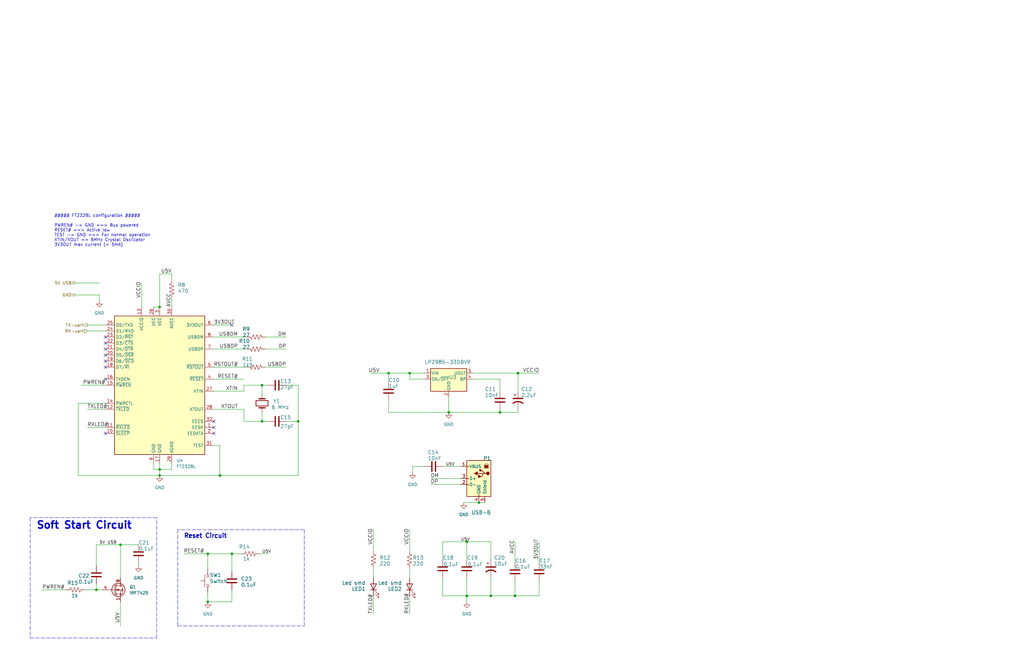
<source format=kicad_sch>
(kicad_sch (version 20211123) (generator eeschema)
  (paper "B")
  (title_block (title "USB-uart") (date "07 07 2021"))
  (lib_symbols
    (symbol "Connector:USB_B" (pin_names (offset 1.016))
      (property "Reference" "J" (at -5.08 11.43 0))
      (property "Value" "USB_B" (at -5.08 8.89 0))
      (symbol "USB_B_0_1"
        (rectangle (start -5.08 -7.62) (end 5.08 7.62) (stroke (width 0.254)) (fill (type background)))
        (circle (center -3.81 2.159) (radius 0.635) (stroke (width 0.254)) (fill (type outline)))
        (rectangle (start -3.81 5.588) (end -2.54 4.572) (fill (type outline)))
        (circle (center -0.635 3.429) (radius 0.381) (stroke (width 0.254)) (fill (type outline)))
        (rectangle (start -0.127 -7.62) (end 0.127 -6.858))
        (polyline (pts (xy -1.905 2.159) (xy 0.635 2.159)) (stroke (width 0.254)))
        (polyline (pts (xy -3.175 2.159) (xy -2.54 2.159) (xy -1.27 3.429) (xy -0.635 3.429)) (stroke (width 0.254)))
        (polyline (pts (xy -2.54 2.159) (xy -1.905 2.159) (xy -1.27 0.889) (xy 0 0.889)) (stroke (width 0.254)))
        (polyline (pts (xy 0.635 2.794) (xy 0.635 1.524) (xy 1.905 2.159) (xy 0.635 2.794)) (stroke (width 0.254)) (fill (type outline)))
        (polyline (pts (xy -4.064 4.318) (xy -2.286 4.318) (xy -2.286 5.715) (xy -2.667 6.096) (xy -3.683 6.096) (xy -4.064 5.715) (xy -4.064 4.318)))
        (rectangle (start 0.254 1.27) (end -0.508 0.508) (stroke (width 0.254)) (fill (type outline)))
        (rectangle (start 5.08 -2.667) (end 4.318 -2.413))
        (rectangle (start 5.08 -0.127) (end 4.318 0.127))
        (rectangle (start 5.08 4.953) (end 4.318 5.207))
      )
      (symbol "USB_B_1_1"
        (pin power_out line (at 7.62 5.08 180) (length 2.54) (name "VBUS") (number "1"))
        (pin bidirectional line (at 7.62 -2.54 180) (length 2.54) (name "D-") (number "2"))
        (pin bidirectional line (at 7.62 0 180) (length 2.54) (name "D+") (number "3"))
        (pin power_out line (at 0 -10.16 90) (length 2.54) (name "GND") (number "4"))
        (pin passive line (at -2.54 -10.16 90) (length 2.54) (name "Shield") (number "5"))
      )
    )
    (symbol "Device:C" (pin_numbers hide) (pin_names (offset 0.254))
      (property "Reference" "C" (at 0.635 2.54 0))
      (property "Value" "C" (at 0.635 -2.54 0))
      (symbol "C_0_1"
        (polyline (pts (xy -2.032 -0.762) (xy 2.032 -0.762)) (stroke (width 0.508)))
        (polyline (pts (xy -2.032 0.762) (xy 2.032 0.762)) (stroke (width 0.508)))
      )
      (symbol "C_1_1"
        (pin passive line (at 0 3.81 270) (length 2.794) (name "~") (number "1"))
        (pin passive line (at 0 -3.81 90) (length 2.794) (name "~") (number "2"))
      )
    )
    (symbol "Device:C_Polarized_US" (pin_numbers hide) (pin_names (offset 0.254) hide)
      (property "Reference" "C" (at 0.635 2.54 0))
      (property "Value" "C_Polarized_US" (at 0.635 -2.54 0))
      (symbol "C_Polarized_US_0_1"
        (polyline (pts (xy -2.032 0.762) (xy 2.032 0.762)) (stroke (width 0.508)))
        (polyline (pts (xy -1.778 2.286) (xy -0.762 2.286)))
        (polyline (pts (xy -1.27 1.778) (xy -1.27 2.794)))
        (arc (start 2.032 -1.27) (mid 0 -0.5572) (end -2.032 -1.27) (stroke (width 0.508)))
      )
      (symbol "C_Polarized_US_1_1"
        (pin passive line (at 0 3.81 270) (length 2.794) (name "~") (number "1"))
        (pin passive line (at 0 -3.81 90) (length 3.302) (name "~") (number "2"))
      )
    )
    (symbol "Device:Crystal" (pin_numbers hide) (pin_names (offset 1.016) hide)
      (property "Reference" "Y" (at 0 3.81 0))
      (property "Value" "Crystal" (at 0 -3.81 0))
      (symbol "Crystal_0_1"
        (rectangle (start -1.143 2.54) (end 1.143 -2.54) (stroke (width 0.3048)))
        (polyline (pts (xy -2.54 0) (xy -1.905 0)))
        (polyline (pts (xy -1.905 -1.27) (xy -1.905 1.27)) (stroke (width 0.508)))
        (polyline (pts (xy 1.905 -1.27) (xy 1.905 1.27)) (stroke (width 0.508)))
        (polyline (pts (xy 2.54 0) (xy 1.905 0)))
      )
      (symbol "Crystal_1_1"
        (pin passive line (at -3.81 0 0) (length 1.27) (name "1") (number "1"))
        (pin passive line (at 3.81 0 180) (length 1.27) (name "2") (number "2"))
      )
    )
    (symbol "Device:LED" (pin_numbers hide) (pin_names (offset 1.016) hide)
      (property "Reference" "D" (at 0 2.54 0))
      (property "Value" "LED" (at 0 -2.54 0))
      (symbol "LED_0_1"
        (polyline (pts (xy -1.27 -1.27) (xy -1.27 1.27)) (stroke (width 0.254)))
        (polyline (pts (xy -1.27 0) (xy 1.27 0)))
        (polyline (pts (xy 1.27 -1.27) (xy 1.27 1.27) (xy -1.27 0) (xy 1.27 -1.27)) (stroke (width 0.254)))
        (polyline (pts (xy -3.048 -0.762) (xy -4.572 -2.286) (xy -3.81 -2.286) (xy -4.572 -2.286) (xy -4.572 -1.524)))
        (polyline (pts (xy -1.778 -0.762) (xy -3.302 -2.286) (xy -2.54 -2.286) (xy -3.302 -2.286) (xy -3.302 -1.524)))
      )
      (symbol "LED_1_1"
        (pin passive line (at -3.81 0 0) (length 2.54) (name "K") (number "1"))
        (pin passive line (at 3.81 0 180) (length 2.54) (name "A") (number "2"))
      )
    )
    (symbol "Device:R_US" (pin_numbers hide) (pin_names (offset 0))
      (property "Reference" "R" (at 2.54 0 90))
      (property "Value" "R_US" (at -2.54 0 90))
      (symbol "R_US_0_1"
        (polyline (pts (xy 0 -2.286) (xy 0 -2.54)))
        (polyline (pts (xy 0 2.286) (xy 0 2.54)))
        (polyline (pts (xy 0 -0.762) (xy 1.016 -1.143) (xy 0 -1.524) (xy -1.016 -1.905) (xy 0 -2.286)))
        (polyline (pts (xy 0 0.762) (xy 1.016 0.381) (xy 0 0) (xy -1.016 -0.381) (xy 0 -0.762)))
        (polyline (pts (xy 0 2.286) (xy 1.016 1.905) (xy 0 1.524) (xy -1.016 1.143) (xy 0 0.762)))
      )
      (symbol "R_US_1_1"
        (pin passive line (at 0 3.81 270) (length 1.27) (name "~") (number "1"))
        (pin passive line (at 0 -3.81 90) (length 1.27) (name "~") (number "2"))
      )
    )
    (symbol "Interface_USB:FT232BM"
      (property "Reference" "U" (at -19.05 30.48 0))
      (property "Value" "FT232BM" (at 11.43 30.48 0))
      (symbol "FT232BM_0_1"
        (rectangle (start -19.05 29.21) (end 19.05 -29.21) (stroke (width 0.254)) (fill (type background)))
      )
      (symbol "FT232BM_1_1"
        (pin output line (at 22.86 -17.78 180) (length 3.81) (name "EESK") (number "1"))
        (pin output line (at -22.86 -20.32 0) (length 3.81) (name "~{SLEEP}") (number "10"))
        (pin open_collector line (at -22.86 -17.78 0) (length 3.81) (name "~{RXLED}") (number "11"))
        (pin open_collector line (at -22.86 -10.16 0) (length 3.81) (name "~{TXLED}") (number "12"))
        (pin power_in line (at -7.62 33.02 270) (length 3.81) (name "VCCIO") (number "13"))
        (pin input line (at -22.86 -7.62 0) (length 3.81) (name "PWRCTL") (number "14"))
        (pin output line (at -22.86 0 0) (length 3.81) (name "~{PWREN}") (number "15"))
        (pin output line (at -22.86 2.54 0) (length 3.81) (name "TXDEN") (number "16"))
        (pin power_in line (at 0 -33.02 90) (length 3.81) (name "GND") (number "17"))
        (pin bidirectional line (at -22.86 7.62 0) (length 3.81) (name "D7/~{RI}") (number "18"))
        (pin bidirectional line (at -22.86 10.16 0) (length 3.81) (name "D6/~{DCD}") (number "19"))
        (pin bidirectional line (at 22.86 -20.32 180) (length 3.81) (name "EEDATA") (number "2"))
        (pin bidirectional line (at -22.86 12.7 0) (length 3.81) (name "D5/~{DSR}") (number "20"))
        (pin bidirectional line (at -22.86 15.24 0) (length 3.81) (name "D4/~{DTR}") (number "21"))
        (pin bidirectional line (at -22.86 17.78 0) (length 3.81) (name "D3/~{CTS}") (number "22"))
        (pin bidirectional line (at -22.86 20.32 0) (length 3.81) (name "D2/~{RST}") (number "23"))
        (pin bidirectional line (at -22.86 22.86 0) (length 3.81) (name "D1/RXD") (number "24"))
        (pin bidirectional line (at -22.86 25.4 0) (length 3.81) (name "D0/TXD") (number "25"))
        (pin power_in line (at -2.54 33.02 270) (length 3.81) (name "VCC") (number "26"))
        (pin input line (at 22.86 -2.54 180) (length 3.81) (name "XTIN") (number "27"))
        (pin output line (at 22.86 -10.16 180) (length 3.81) (name "XTOUT") (number "28"))
        (pin power_in line (at 5.08 -33.02 90) (length 3.81) (name "AGND") (number "29"))
        (pin power_in line (at 0 33.02 270) (length 3.81) (name "VCC") (number "3"))
        (pin power_in line (at 5.08 33.02 270) (length 3.81) (name "AVCC") (number "30"))
        (pin input line (at 22.86 -25.4 180) (length 3.81) (name "TEST") (number "31"))
        (pin bidirectional line (at 22.86 -15.24 180) (length 3.81) (name "EECS") (number "32"))
        (pin input line (at 22.86 2.54 180) (length 3.81) (name "~{RESET}") (number "4"))
        (pin output line (at 22.86 7.62 180) (length 3.81) (name "~{RSTOUT}") (number "5"))
        (pin power_out line (at 22.86 25.4 180) (length 3.81) (name "3V3OUT") (number "6"))
        (pin bidirectional line (at 22.86 15.24 180) (length 3.81) (name "USBDP") (number "7"))
        (pin bidirectional line (at 22.86 20.32 180) (length 3.81) (name "USBDM") (number "8"))
        (pin power_in line (at -2.54 -33.02 90) (length 3.81) (name "GND") (number "9"))
      )
    )
    (symbol "Regulator_Linear:LP2985-3.3" (pin_names (offset 0.254))
      (property "Reference" "U" (at -6.35 5.715 0))
      (property "Value" "LP2985-3.3" (at 0 5.715 0))
      (symbol "LP2985-3.3_0_1"
        (rectangle (start -7.62 -5.08) (end 7.62 4.445) (stroke (width 0.254)) (fill (type background)))
      )
      (symbol "LP2985-3.3_1_1"
        (pin power_in line (at -10.16 2.54 0) (length 2.54) (name "VIN") (number "1"))
        (pin power_in line (at 0 -7.62 90) (length 2.54) (name "GND") (number "2"))
        (pin input line (at -10.16 0 0) (length 2.54) (name "ON/~{OFF}") (number "3"))
        (pin input line (at 10.16 0 180) (length 2.54) (name "BP") (number "4"))
        (pin power_out line (at 10.16 2.54 180) (length 2.54) (name "VOUT") (number "5"))
      )
    )
    (symbol "Switch:SW_Push" (pin_numbers hide) (pin_names (offset 1.016) hide)
      (property "Reference" "SW" (at 1.27 2.54 0))
      (property "Value" "SW_Push" (at 0 -1.524 0))
      (symbol "SW_Push_0_1"
        (circle (center -2.032 0) (radius 0.508))
        (polyline (pts (xy 0 1.27) (xy 0 3.048)))
        (polyline (pts (xy 2.54 1.27) (xy -2.54 1.27)))
        (circle (center 2.032 0) (radius 0.508))
        (pin passive line (at -5.08 0 0) (length 2.54) (name "1") (number "1"))
        (pin passive line (at 5.08 0 180) (length 2.54) (name "2") (number "2"))
      )
    )
    (symbol "Transistor_FET:IRF7404" (pin_names hide)
      (property "Reference" "Q" (at 5.08 1.905 0))
      (property "Value" "IRF7404" (at 5.08 0 0))
      (symbol "IRF7404_0_1"
        (polyline (pts (xy 0.254 0) (xy -2.54 0)))
        (polyline (pts (xy 0.254 1.905) (xy 0.254 -1.905)) (stroke (width 0.254)))
        (polyline (pts (xy 0.762 -1.27) (xy 0.762 -2.286)) (stroke (width 0.254)))
        (polyline (pts (xy 0.762 0.508) (xy 0.762 -0.508)) (stroke (width 0.254)))
        (polyline (pts (xy 0.762 2.286) (xy 0.762 1.27)) (stroke (width 0.254)))
        (polyline (pts (xy 2.54 2.54) (xy 2.54 1.778)))
        (polyline (pts (xy 2.54 -2.54) (xy 2.54 0) (xy 0.762 0)))
        (polyline (pts (xy 0.762 1.778) (xy 3.302 1.778) (xy 3.302 -1.778) (xy 0.762 -1.778)))
        (polyline (pts (xy 2.286 0) (xy 1.27 0.381) (xy 1.27 -0.381) (xy 2.286 0)) (fill (type outline)))
        (polyline (pts (xy 2.794 -0.508) (xy 2.921 -0.381) (xy 3.683 -0.381) (xy 3.81 -0.254)))
        (polyline (pts (xy 3.302 -0.381) (xy 2.921 0.254) (xy 3.683 0.254) (xy 3.302 -0.381)))
        (circle (center 1.651 0) (radius 2.794) (stroke (width 0.254)))
        (circle (center 2.54 -1.778) (radius 0.254) (fill (type outline)))
        (circle (center 2.54 1.778) (radius 0.254) (fill (type outline)))
      )
      (symbol "IRF7404_1_1"
        (pin passive line (at 2.54 -5.08 90) (length 2.54) (name "S") (number "1"))
        (pin passive line (at 2.54 -5.08 90) (length 2.54) hide (name "S") (number "2"))
        (pin passive line (at 2.54 -5.08 90) (length 2.54) hide (name "S") (number "3"))
        (pin passive line (at -5.08 0 0) (length 2.54) (name "G") (number "4"))
        (pin passive line (at 2.54 5.08 270) (length 2.54) hide (name "D") (number "5"))
        (pin passive line (at 2.54 5.08 270) (length 2.54) hide (name "D") (number "6"))
        (pin passive line (at 2.54 5.08 270) (length 2.54) hide (name "D") (number "7"))
        (pin passive line (at 2.54 5.08 270) (length 2.54) (name "D") (number "8"))
      )
    )
    (symbol "power:GND" (power) (pin_names (offset 0))
      (property "Value" "GND" (at 0 -3.81 0))
      (symbol "GND_0_1"
        (polyline (pts (xy 0 0) (xy 0 -1.27) (xy 1.27 -1.27) (xy 0 -2.54) (xy -1.27 -1.27) (xy 0 -1.27)))
      )
      (symbol "GND_1_1"
        (pin power_in line (at 0 0 270) (length 0) hide (name "GND") (number "1"))
      )
    )
  )
  (junction (at 210.82 173.99))
  (junction (at 172.72 157.48))
  (junction (at 196.85 251.46))
  (junction (at 110.49 162.56))
  (junction (at 67.31 198.12))
  (junction (at 67.31 129.54))
  (junction (at 110.49 177.8))
  (junction (at 97.79 233.68))
  (junction (at 87.63 254))
  (junction (at 196.85 228.6))
  (junction (at 40.64 248.92))
  (junction (at 87.63 233.68))
  (junction (at 201.93 212.09))
  (junction (at 217.17 251.46))
  (junction (at 163.83 157.48))
  (junction (at 67.31 200.66))
  (junction (at 92.71 200.66))
  (junction (at 50.8 229.87))
  (junction (at 207.01 251.46))
  (junction (at 189.23 173.99))
  (junction (at 218.44 157.48))
  (junction (at 125.73 177.8))
  (no_connect (at 90.17 177.8))
  (no_connect (at 44.45 160.02))
  (no_connect (at 44.45 154.94))
  (no_connect (at 44.45 182.88))
  (no_connect (at 44.45 147.32))
  (no_connect (at 44.45 144.78))
  (no_connect (at 44.45 149.86))
  (no_connect (at 44.45 152.4))
  (no_connect (at 44.45 142.24))
  (no_connect (at 97.79 137.16))
  (no_connect (at 90.17 180.34))
  (no_connect (at 90.17 182.88))
  (wire (pts (xy 186.69 251.46) (xy 186.69 243.84)))
  (wire (pts (xy 210.82 173.99) (xy 210.82 172.72)))
  (wire (pts (xy 196.85 251.46) (xy 196.85 243.84)))
  (wire (pts (xy 90.17 165.1) (xy 102.87 165.1)))
  (polyline (pts (xy 74.93 264.16) (xy 128.27 264.16)))
  (wire (pts (xy 92.71 187.96) (xy 92.71 200.66)))
  (polyline (pts (xy 12.7 269.24) (xy 66.04 269.24)))
  (wire (pts (xy 196.85 254) (xy 196.85 251.46)))
  (wire (pts (xy 90.17 172.72) (xy 102.87 172.72)))
  (wire (pts (xy 173.99 196.85) (xy 179.07 196.85)))
  (wire (pts (xy 44.45 172.72) (xy 36.83 172.72)))
  (wire (pts (xy 59.69 119.38) (xy 59.69 129.54)))
  (wire (pts (xy 64.77 198.12) (xy 67.31 198.12)))
  (wire (pts (xy 33.02 200.66) (xy 67.31 200.66)))
  (wire (pts (xy 44.45 180.34) (xy 36.83 180.34)))
  (wire (pts (xy 207.01 251.46) (xy 217.17 251.46)))
  (wire (pts (xy 113.03 233.68) (xy 109.22 233.68)))
  (wire (pts (xy 218.44 172.72) (xy 218.44 173.99)))
  (wire (pts (xy 77.47 233.68) (xy 87.63 233.68)))
  (wire (pts (xy 104.14 142.24) (xy 90.17 142.24)))
  (wire (pts (xy 102.87 177.8) (xy 102.87 172.72)))
  (wire (pts (xy 67.31 195.58) (xy 67.31 198.12)))
  (wire (pts (xy 189.23 173.99) (xy 210.82 173.99)))
  (wire (pts (xy 72.39 129.54) (xy 72.39 125.73)))
  (polyline (pts (xy 128.27 264.16) (xy 128.27 223.52)))
  (wire (pts (xy 67.31 200.66) (xy 67.31 198.12)))
  (wire (pts (xy 90.17 137.16) (xy 97.79 137.16)))
  (wire (pts (xy 227.33 251.46) (xy 217.17 251.46)))
  (wire (pts (xy 44.45 137.16) (xy 36.83 137.16)))
  (wire (pts (xy 87.63 233.68) (xy 97.79 233.68)))
  (wire (pts (xy 218.44 157.48) (xy 218.44 165.1)))
  (wire (pts (xy 196.85 228.6) (xy 196.85 236.22)))
  (wire (pts (xy 125.73 200.66) (xy 92.71 200.66)))
  (wire (pts (xy 173.99 199.39) (xy 173.99 196.85)))
  (wire (pts (xy 163.83 157.48) (xy 163.83 161.29)))
  (wire (pts (xy 163.83 173.99) (xy 189.23 173.99)))
  (wire (pts (xy 87.63 233.68) (xy 87.63 240.03)))
  (wire (pts (xy 72.39 115.57) (xy 72.39 118.11)))
  (wire (pts (xy 102.87 162.56) (xy 102.87 165.1)))
  (wire (pts (xy 172.72 157.48) (xy 179.07 157.48)))
  (wire (pts (xy 157.48 259.08) (xy 157.48 251.46)))
  (wire (pts (xy 33.02 170.18) (xy 33.02 200.66)))
  (wire (pts (xy 67.31 198.12) (xy 72.39 198.12)))
  (wire (pts (xy 34.29 162.56) (xy 44.45 162.56)))
  (wire (pts (xy 186.69 228.6) (xy 186.69 236.22)))
  (wire (pts (xy 87.63 250.19) (xy 87.63 254)))
  (wire (pts (xy 97.79 233.68) (xy 97.79 241.3)))
  (wire (pts (xy 157.48 223.52) (xy 157.48 232.41)))
  (wire (pts (xy 44.45 139.7) (xy 36.83 139.7)))
  (wire (pts (xy 181.61 204.47) (xy 194.31 204.47)))
  (wire (pts (xy 217.17 251.46) (xy 217.17 245.11)))
  (wire (pts (xy 172.72 259.08) (xy 172.72 251.46)))
  (wire (pts (xy 41.91 124.46) (xy 31.75 124.46)))
  (wire (pts (xy 50.8 264.16) (xy 50.8 254)))
  (polyline (pts (xy 12.7 218.44) (xy 12.7 269.24)))
  (wire (pts (xy 35.56 248.92) (xy 40.64 248.92)))
  (wire (pts (xy 104.14 154.94) (xy 90.17 154.94)))
  (wire (pts (xy 97.79 254) (xy 97.79 248.92)))
  (wire (pts (xy 210.82 160.02) (xy 210.82 165.1)))
  (wire (pts (xy 97.79 233.68) (xy 101.6 233.68)))
  (wire (pts (xy 33.02 170.18) (xy 44.45 170.18)))
  (wire (pts (xy 104.14 147.32) (xy 90.17 147.32)))
  (wire (pts (xy 92.71 200.66) (xy 67.31 200.66)))
  (wire (pts (xy 207.01 251.46) (xy 196.85 251.46)))
  (wire (pts (xy 201.93 212.09) (xy 204.47 212.09)))
  (wire (pts (xy 102.87 160.02) (xy 90.17 160.02)))
  (wire (pts (xy 67.31 129.54) (xy 67.31 115.57)))
  (wire (pts (xy 58.42 229.87) (xy 50.8 229.87)))
  (polyline (pts (xy 66.04 218.44) (xy 12.7 218.44)))
  (wire (pts (xy 172.72 243.84) (xy 172.72 240.03)))
  (wire (pts (xy 125.73 177.8) (xy 120.65 177.8)))
  (wire (pts (xy 110.49 173.99) (xy 110.49 177.8)))
  (wire (pts (xy 113.03 162.56) (xy 110.49 162.56)))
  (wire (pts (xy 163.83 157.48) (xy 172.72 157.48)))
  (wire (pts (xy 40.64 229.87) (xy 40.64 238.76)))
  (wire (pts (xy 156.21 157.48) (xy 163.83 157.48)))
  (wire (pts (xy 207.01 236.22) (xy 207.01 228.6)))
  (wire (pts (xy 50.8 229.87) (xy 40.64 229.87)))
  (wire (pts (xy 41.91 127) (xy 41.91 124.46)))
  (wire (pts (xy 43.18 248.92) (xy 40.64 248.92)))
  (wire (pts (xy 210.82 173.99) (xy 218.44 173.99)))
  (polyline (pts (xy 74.93 223.52) (xy 74.93 264.16)))
  (wire (pts (xy 67.31 115.57) (xy 72.39 115.57)))
  (wire (pts (xy 207.01 243.84) (xy 207.01 251.46)))
  (wire (pts (xy 181.61 201.93) (xy 194.31 201.93)))
  (wire (pts (xy 125.73 162.56) (xy 120.65 162.56)))
  (wire (pts (xy 172.72 160.02) (xy 179.07 160.02)))
  (wire (pts (xy 92.71 187.96) (xy 90.17 187.96)))
  (wire (pts (xy 110.49 177.8) (xy 113.03 177.8)))
  (wire (pts (xy 227.33 228.6) (xy 227.33 237.49)))
  (wire (pts (xy 72.39 198.12) (xy 72.39 195.58)))
  (wire (pts (xy 163.83 173.99) (xy 163.83 168.91)))
  (wire (pts (xy 189.23 167.64) (xy 189.23 173.99)))
  (wire (pts (xy 125.73 162.56) (xy 125.73 177.8)))
  (wire (pts (xy 120.65 142.24) (xy 111.76 142.24)))
  (wire (pts (xy 40.64 248.92) (xy 40.64 246.38)))
  (wire (pts (xy 172.72 157.48) (xy 172.72 160.02)))
  (wire (pts (xy 120.65 147.32) (xy 111.76 147.32)))
  (wire (pts (xy 64.77 129.54) (xy 67.31 129.54)))
  (wire (pts (xy 64.77 195.58) (xy 64.77 198.12)))
  (wire (pts (xy 110.49 162.56) (xy 102.87 162.56)))
  (wire (pts (xy 172.72 223.52) (xy 172.72 232.41)))
  (wire (pts (xy 110.49 162.56) (xy 110.49 166.37)))
  (wire (pts (xy 125.73 177.8) (xy 125.73 200.66)))
  (wire (pts (xy 120.65 154.94) (xy 111.76 154.94)))
  (wire (pts (xy 41.91 119.38) (xy 31.75 119.38)))
  (wire (pts (xy 50.8 229.87) (xy 50.8 243.84)))
  (wire (pts (xy 199.39 160.02) (xy 210.82 160.02)))
  (wire (pts (xy 196.85 251.46) (xy 186.69 251.46)))
  (wire (pts (xy 17.78 248.92) (xy 27.94 248.92)))
  (polyline (pts (xy 66.04 269.24) (xy 66.04 218.44)))
  (wire (pts (xy 195.58 212.09) (xy 201.93 212.09)))
  (wire (pts (xy 196.85 228.6) (xy 186.69 228.6)))
  (wire (pts (xy 58.42 237.49) (xy 58.42 238.76)))
  (wire (pts (xy 157.48 240.03) (xy 157.48 243.84)))
  (wire (pts (xy 217.17 228.6) (xy 217.17 237.49)))
  (wire (pts (xy 227.33 251.46) (xy 227.33 245.11)))
  (wire (pts (xy 102.87 177.8) (xy 110.49 177.8)))
  (wire (pts (xy 218.44 157.48) (xy 227.33 157.48)))
  (wire (pts (xy 186.69 196.85) (xy 194.31 196.85)))
  (wire (pts (xy 199.39 157.48) (xy 218.44 157.48)))
  (wire (pts (xy 207.01 228.6) (xy 196.85 228.6)))
  (wire (pts (xy 87.63 254) (xy 97.79 254)))
  (polyline (pts (xy 128.27 223.52) (xy 74.93 223.52)))
  (text "Reset Circuit" (at 77.47 227.33 0) (effects (font (size 1.8288 1.8288) (thickness 0.3658) bold) (justify left bottom)))
  (text "##### FT232BL configuration #####    \n\nPWREN# -> GND ==> Bus powered  \nRESET# ==> Active low  \nTEST -> GND ==> For normal operation  \nXTIN/XOUT => 6MHz Crystal Oscillator  \n3V3OUT max current (< 5mA)" (at 22.86 104.14 0) (effects (font (size 1.27 1.27)) (justify left bottom)))
  (text "Soft Start Circuit" (at 15.24 223.52 0) (effects (font (size 3.048 3.048) (thickness 0.6096) bold) (justify left bottom)))
  (label "RSTOUT#" (at 100.33 154.94 180) (effects (font (size 1.524 1.524))))
  (label "XTIN" (at 100.33 165.1 180) (effects (font (size 1.524 1.524))))
  (label "3V3OUT" (at 227.33 236.22 90) (effects (font (size 1.524 1.524))))
  (label "U5V" (at 50.8 262.89 90) (effects (font (size 1.524 1.524))))
  (label "VCCIO" (at 227.33 157.48 180) (effects (font (size 1.524 1.524))))
  (label "DM" (at 181.61 201.93 0) (effects (font (size 1.524 1.524))))
  (label "U5V" (at 187.96 196.85 0))
  (label "XTOUT" (at 100.33 172.72 180) (effects (font (size 1.524 1.524))))
  (label "RESET#" (at 100.33 160.02 180) (effects (font (size 1.524 1.524))))
  (label "DP" (at 120.65 147.32 180) (effects (font (size 1.524 1.524))))
  (label "PWREN#" (at 44.45 162.56 180) (effects (font (size 1.524 1.524))))
  (label "VCCIO" (at 59.69 125.73 90) (effects (font (size 1.524 1.524))))
  (label "USBDM" (at 100.33 142.24 180) (effects (font (size 1.524 1.524))))
  (label "5V USB" (at 41.91 229.87 0))
  (label "VCCIO" (at 172.72 229.87 90) (effects (font (size 1.524 1.524))))
  (label "U5V" (at 194.31 228.6 0))
  (label "RXLED#" (at 172.72 259.08 90) (effects (font (size 1.524 1.524))))
  (label "U5V" (at 160.02 157.48 180) (effects (font (size 1.524 1.524))))
  (label "USBDP" (at 120.65 154.94 180) (effects (font (size 1.524 1.524))))
  (label "3V3OUT" (at 90.17 137.16 0) (effects (font (size 1.524 1.524))))
  (label "RESET#" (at 77.47 233.68 0) (effects (font (size 1.524 1.524))))
  (label "AVCC" (at 217.17 233.68 90) (effects (font (size 1.524 1.524))))
  (label "U5V" (at 110.49 233.68 0))
  (label "DM" (at 120.65 142.24 180) (effects (font (size 1.524 1.524))))
  (label "U5V" (at 72.39 115.57 180) (effects (font (size 1.524 1.524))))
  (label "TXLED#" (at 157.48 259.08 90) (effects (font (size 1.524 1.524))))
  (label "AVCC" (at 72.39 129.54 90) (effects (font (size 1.524 1.524))))
  (label "USBDP" (at 100.33 147.32 180) (effects (font (size 1.524 1.524))))
  (label "RXLED#" (at 36.83 180.34 0) (effects (font (size 1.524 1.524))))
  (label "TXLED#" (at 36.83 172.72 0) (effects (font (size 1.524 1.524))))
  (label "PWREN#" (at 17.78 248.92 0) (effects (font (size 1.524 1.524))))
  (label "DP" (at 181.61 204.47 0) (effects (font (size 1.524 1.524))))
  (label "VCCIO" (at 157.48 229.87 90) (effects (font (size 1.524 1.524))))
  (hierarchical_label "RX-uart" (shape input) (at 36.83 139.7 180))
  (hierarchical_label "GND" (shape bidirectional) (at 31.75 124.46 180))
  (hierarchical_label "5V USB" (shape bidirectional) (at 31.75 119.38 180))
  (hierarchical_label "TX-uart" (shape output) (at 36.83 137.16 180))
  (symbol (lib_id "Device:C") (at 217.17 241.3 180) (unit 1)
    (property "Reference" "C16" (at 217.17 237.49 0) (effects (font (size 1.524 1.524)) (justify right top)))
    (property "Value" "0.1uF" (at 217.17 240.03 0) (effects (font (size 1.524 1.524)) (justify right top)))
  )
  (symbol (lib_id "Device:R_US") (at 107.95 154.94 270) (mirror x) (unit 1)
    (property "Reference" "R11" (at 106.68 152.4 90) (effects (font (size 1.524 1.524)) (justify right top)))
    (property "Value" "1k5" (at 106.68 154.94 90) (effects (font (size 1.524 1.524)) (justify right top)))
  )
  (symbol (lib_id "Device:C") (at 116.84 177.8 90) (mirror x) (unit 1)
    (property "Reference" "C15" (at 118.11 175.26 90) (effects (font (size 1.524 1.524)) (justify right top)))
    (property "Value" "27pF" (at 118.11 179.07 90) (effects (font (size 1.524 1.524)) (justify right top)))
  )
  (symbol (lib_id "Device:C") (at 116.84 162.56 90) (mirror x) (unit 1)
    (property "Reference" "C13" (at 118.11 160.02 90) (effects (font (size 1.524 1.524)) (justify right top)))
    (property "Value" "27pF" (at 118.11 162.56 90) (effects (font (size 1.524 1.524)) (justify right top)))
  )
  (symbol (lib_id "Device:Crystal") (at 110.49 170.18 90) (mirror x) (unit 1)
    (property "Reference" "Y1" (at 118.11 170.18 90) (effects (font (size 1.524 1.524)) (justify left bottom)))
    (property "Value" "6 MHz" (at 121.92 172.72 90) (effects (font (size 1.524 1.524)) (justify left bottom)))
  )
  (symbol (lib_id "Device:R_US") (at 107.95 147.32 270) (mirror x) (unit 1)
    (property "Reference" "R10" (at 105.41 144.78 90) (effects (font (size 1.524 1.524)) (justify right top)))
    (property "Value" "27" (at 105.41 147.32 90) (effects (font (size 1.524 1.524)) (justify right top)))
  )
  (symbol (lib_id "Device:R_US") (at 107.95 142.24 270) (mirror x) (unit 1)
    (property "Reference" "R9" (at 105.41 139.7 90) (effects (font (size 1.524 1.524)) (justify right top)))
    (property "Value" "27" (at 105.41 142.24 90) (effects (font (size 1.524 1.524)) (justify right top)))
  )
  (symbol (lib_id "Device:C") (at 58.42 233.68 0) (unit 1)
    (property "Reference" "C21" (at 58.42 229.87 0) (effects (font (size 1.524 1.524)) (justify left bottom)))
    (property "Value" "0.1uF" (at 58.42 232.41 0) (effects (font (size 1.524 1.524)) (justify left bottom)))
  )
  (symbol (lib_id "Device:C") (at 40.64 242.57 0) (unit 1)
    (property "Reference" "C22" (at 33.02 243.84 0) (effects (font (size 1.524 1.524)) (justify left bottom)))
    (property "Value" "0.1uF" (at 33.02 246.38 0) (effects (font (size 1.524 1.524)) (justify left bottom)))
  )
  (symbol (lib_id "Device:C") (at 163.83 165.1 0) (unit 1)
    (property "Reference" "C10" (at 163.83 161.29 0) (effects (font (size 1.524 1.524)) (justify left bottom)))
    (property "Value" "1uF" (at 163.83 163.83 0) (effects (font (size 1.524 1.524)) (justify left bottom)))
  )
  (symbol (lib_id "Device:C_Polarized_US") (at 218.44 168.91 0) (unit 1)
    (property "Reference" "C12" (at 219.71 165.1 0) (effects (font (size 1.524 1.524)) (justify left bottom)))
    (property "Value" "2.2uF" (at 219.71 167.64 0) (effects (font (size 1.524 1.524)) (justify left bottom)))
  )
  (symbol (lib_id "Regulator_Linear:LP2985-3.3") (at 189.23 160.02 0) (unit 1)
    (property "Reference" "U3" (at 189.23 160.02 0) (effects (font (size 1.524 1.524)) (justify left bottom)))
    (property "Value" "LP2985-33DBVR" (at 179.07 153.67 0) (effects (font (size 1.524 1.524)) (justify left bottom)))
    (property "Footprint" "Package_TO_SOT_SMD:SOT-23-5" (effects hide))
    (property "Datasheet" "http://www.ti.com/lit/ds/symlink/lp2985.pdf" (effects hide))
  )
  (symbol (lib_id "Device:C") (at 210.82 168.91 0) (unit 1)
    (property "Reference" "C11" (at 204.47 165.1 0) (effects (font (size 1.524 1.524)) (justify left bottom)))
    (property "Value" "10nF" (at 204.47 167.64 0) (effects (font (size 1.524 1.524)) (justify left bottom)))
  )
  (symbol (lib_id "Device:R_US") (at 105.41 233.68 90) (unit 1)
    (property "Reference" "R14" (at 105.41 229.87 90) (effects (font (size 1.524 1.524)) (justify left bottom)))
    (property "Value" "1k" (at 105.41 234.95 90) (effects (font (size 1.524 1.524)) (justify left bottom)))
  )
  (symbol (lib_id "Device:R_US") (at 31.75 248.92 90) (unit 1)
    (property "Reference" "R15" (at 33.02 245.11 90) (effects (font (size 1.524 1.524)) (justify left bottom)))
    (property "Value" "1k" (at 33.02 250.444 90) (effects (font (size 1.524 1.524)) (justify left bottom)))
  )
  (symbol (lib_id "Device:R_US") (at 172.72 236.22 0) (unit 1)
    (property "Reference" "R13" (at 173.99 236.22 0) (effects (font (size 1.524 1.524)) (justify left bottom)))
    (property "Value" "220" (at 173.99 238.76 0) (effects (font (size 1.524 1.524)) (justify left bottom)))
  )
  (symbol (lib_id "Device:LED") (at 172.72 247.65 90) (unit 1)
    (property "Reference" "LED2" (at 169.418 247.65 90) (effects (font (size 1.524 1.524)) (justify left bottom)))
    (property "Value" "Led smd" (at 169.418 245.11 90) (effects (font (size 1.524 1.524)) (justify left bottom)))
  )
  (symbol (lib_id "Device:R_US") (at 72.39 121.92 0) (mirror x) (unit 1)
    (property "Reference" "R8" (at 74.93 119.38 0) (effects (font (size 1.524 1.524)) (justify left bottom)))
    (property "Value" "470" (at 74.93 121.92 0) (effects (font (size 1.524 1.524)) (justify left bottom)))
  )
  (symbol (lib_id "Device:C") (at 182.88 196.85 90) (unit 1)
    (property "Reference" "C14" (at 180.34 191.77 90) (effects (font (size 1.524 1.524)) (justify right top)))
    (property "Value" "10nF" (at 180.34 194.31 90) (effects (font (size 1.524 1.524)) (justify right top)))
  )
  (symbol (lib_id "Connector:USB_B") (at 201.93 201.93 0) (mirror y) (unit 1)
    (property "Reference" "P1" (at 207.01 194.31 0) (effects (font (size 1.524 1.524)) (justify left bottom)))
    (property "Value" "USB-B" (at 207.01 217.17 0) (effects (font (size 1.524 1.524)) (justify left bottom)))
    (property "Datasheet" " ~" (effects hide))
  )
  (symbol (lib_id "Device:C") (at 97.79 245.11 0) (unit 1)
    (property "Reference" "C23" (at 101.6 245.11 0) (effects (font (size 1.524 1.524)) (justify left bottom)))
    (property "Value" "0.1uF" (at 101.6 247.65 0) (effects (font (size 1.524 1.524)) (justify left bottom)))
  )
  (symbol (lib_id "Device:C_Polarized_US") (at 207.01 240.03 0) (unit 1)
    (property "Reference" "C20" (at 208.28 236.22 0) (effects (font (size 1.524 1.524)) (justify left bottom)))
    (property "Value" "10uF" (at 208.28 238.76 0) (effects (font (size 1.524 1.524)) (justify left bottom)))
  )
  (symbol (lib_id "Device:C") (at 186.69 240.03 180) (unit 1)
    (property "Reference" "C18" (at 186.69 236.22 0) (effects (font (size 1.524 1.524)) (justify right top)))
    (property "Value" "0.1uF" (at 186.944 239.014 0) (effects (font (size 1.524 1.524)) (justify right top)))
  )
  (symbol (lib_id "Device:C") (at 196.85 240.03 180) (unit 1)
    (property "Reference" "C19" (at 196.85 236.22 0) (effects (font (size 1.524 1.524)) (justify right top)))
    (property "Value" "0.1uF" (at 197.104 239.014 0) (effects (font (size 1.524 1.524)) (justify right top)))
  )
  (symbol (lib_id "Device:R_US") (at 157.48 236.22 0) (unit 1)
    (property "Reference" "R12" (at 160.02 236.22 0) (effects (font (size 1.524 1.524)) (justify left bottom)))
    (property "Value" "220" (at 160.02 238.76 0) (effects (font (size 1.524 1.524)) (justify left bottom)))
  )
  (symbol (lib_id "Device:LED") (at 157.48 247.65 90) (unit 1)
    (property "Reference" "LED1" (at 154.178 247.65 90) (effects (font (size 1.524 1.524)) (justify left bottom)))
    (property "Value" "Led smd" (at 154.178 245.11 90) (effects (font (size 1.524 1.524)) (justify left bottom)))
  )
  (symbol (lib_id "Switch:SW_Push") (at 87.63 245.11 90) (unit 1)
    (property "Reference" "SW1" (at 88.392 243.586 90) (effects (font (size 1.524 1.524)) (justify right top)))
    (property "Value" "Switch" (at 88.392 246.126 90) (effects (font (size 1.524 1.524)) (justify right top)))
  )
  (symbol (lib_id "Device:C") (at 227.33 241.3 180) (unit 1)
    (property "Reference" "C17" (at 227.33 237.49 0) (effects (font (size 1.524 1.524)) (justify right top)))
    (property "Value" "33nF" (at 227.33 240.03 0) (effects (font (size 1.524 1.524)) (justify right top)))
  )
  (symbol (lib_id "power:GND") (at 41.91 127 0) (mirror y) (unit 1)
    (property "Reference" "#PWR0114" (effects hide))
    (property "Value" "GND" (at 41.91 132.08 0))
  )
  (symbol (lib_id "power:GND") (at 195.58 212.09 0) (unit 1)
    (property "Reference" "#PWR0116" (effects hide))
    (property "Value" "GND" (at 195.58 217.17 0))
  )
  (symbol (lib_id "power:GND") (at 87.63 254 0) (unit 1)
    (property "Reference" "#PWR0118" (effects hide))
    (property "Value" "GND" (at 87.63 259.08 0))
  )
  (symbol (lib_id "Interface_USB:FT232BM") (at 67.31 162.56 0) (unit 1)
    (property "Reference" "U4" (at 74.4094 194.31 0) (effects (justify left)))
    (property "Value" "FT232BL" (at 74.4094 196.85 0) (effects (justify left)))
    (property "Footprint" "Package_QFP:LQFP-48_7x7mm_P0.5mm" (effects hide))
    (property "Datasheet" "https://www.ftdichip.com/Support/Documents/DataSheets/ICs/DS_FT232BM.pdf" (effects hide))
  )
  (symbol (lib_id "Transistor_FET:IRF7404") (at 48.26 248.92 0) (unit 1)
    (property "Reference" "Q1" (at 54.61 247.6499 0) (effects (justify left)))
    (property "Value" "IRF7425" (at 54.61 250.1899 0) (effects (justify left)))
    (property "Footprint" "Package_SO:SOIC-8_3.9x4.9mm_P1.27mm" (effects hide))
    (property "Datasheet" "http://www.infineon.com/dgdl/irf7404.pdf?fileId=5546d462533600a4015355fa2b5b1b9e" (effects hide))
  )
  (symbol (lib_id "power:GND") (at 189.23 173.99 0) (unit 1)
    (property "Reference" "#PWR0113" (effects hide))
    (property "Value" "GND" (at 189.23 179.07 0))
  )
  (symbol (lib_id "power:GND") (at 67.31 200.66 0) (unit 1)
    (property "Reference" "#PWR0119" (effects hide))
    (property "Value" "GND" (at 67.31 205.74 0))
  )
  (symbol (lib_id "power:GND") (at 58.42 238.76 0) (unit 1)
    (property "Reference" "#PWR0117" (effects hide))
    (property "Value" "GND" (at 58.42 243.84 0))
  )
  (symbol (lib_id "power:GND") (at 173.99 199.39 0) (unit 1)
    (property "Reference" "#PWR0115" (effects hide))
    (property "Value" "GND" (at 173.99 204.47 0))
  )
  (symbol (lib_id "power:GND") (at 196.85 254 0) (unit 1)
    (property "Reference" "#PWR0112" (effects hide))
    (property "Value" "GND" (at 196.85 259.08 0))
  )
)
</source>
